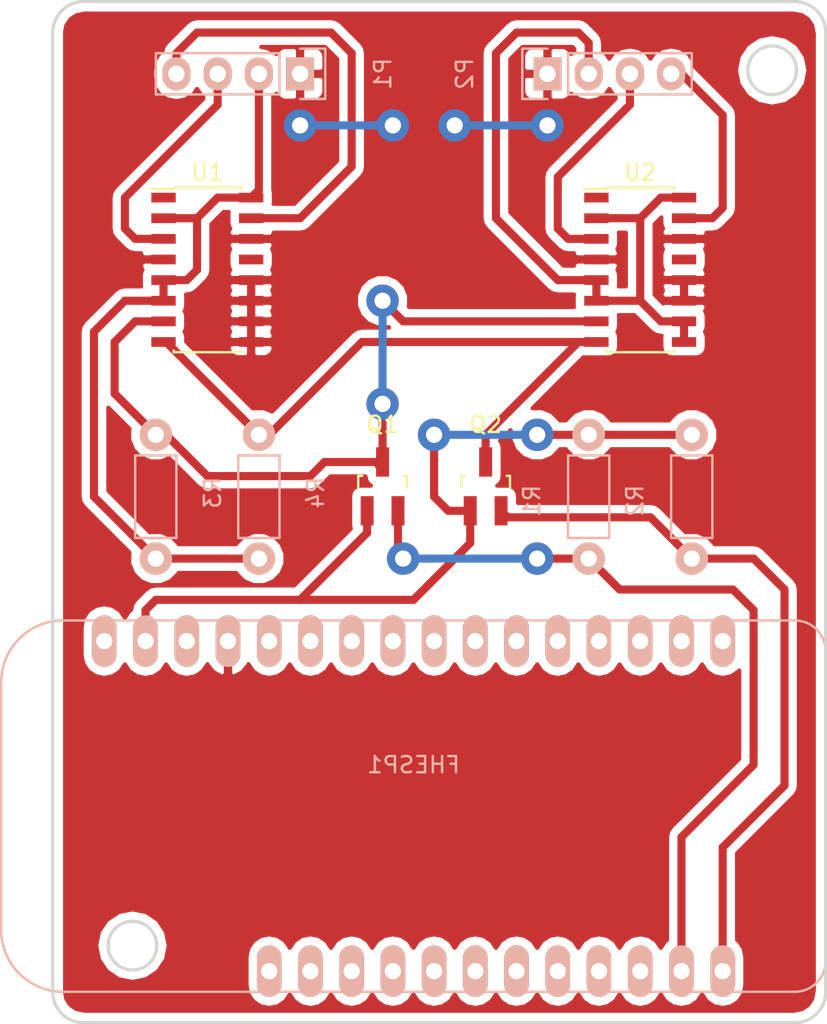
<source format=kicad_pcb>
(kicad_pcb (version 4) (host pcbnew 4.0.2+dfsg1-stable)

  (general
    (links 42)
    (no_connects 0)
    (area 121.344999 54.916666 173.295001 118.210001)
    (thickness 1.6)
    (drawings 10)
    (tracks 126)
    (zones 0)
    (modules 11)
    (nets 35)
  )

  (page A4)
  (layers
    (0 F.Cu signal)
    (31 B.Cu signal)
    (32 B.Adhes user)
    (33 F.Adhes user)
    (34 B.Paste user)
    (35 F.Paste user)
    (36 B.SilkS user)
    (37 F.SilkS user)
    (38 B.Mask user)
    (39 F.Mask user)
    (40 Dwgs.User user)
    (41 Cmts.User user)
    (42 Eco1.User user)
    (43 Eco2.User user)
    (44 Edge.Cuts user)
    (45 Margin user)
    (46 B.CrtYd user hide)
    (47 F.CrtYd user hide)
    (48 B.Fab user hide)
    (49 F.Fab user)
  )

  (setup
    (last_trace_width 0.5)
    (trace_clearance 0.5)
    (zone_clearance 0.508)
    (zone_45_only no)
    (trace_min 0.5)
    (segment_width 0.2)
    (edge_width 0.2)
    (via_size 2)
    (via_drill 1)
    (via_min_size 2)
    (via_min_drill 0.3)
    (uvia_size 0.3)
    (uvia_drill 0.1)
    (uvias_allowed no)
    (uvia_min_size 0.2)
    (uvia_min_drill 0.1)
    (pcb_text_width 0.3)
    (pcb_text_size 1.5 1.5)
    (mod_edge_width 0.15)
    (mod_text_size 1 1)
    (mod_text_width 0.15)
    (pad_size 1.524 1.524)
    (pad_drill 0.762)
    (pad_to_mask_clearance 0.2)
    (aux_axis_origin 125.095 118.745)
    (grid_origin 125.095 118.745)
    (visible_elements FFFFFF7D)
    (pcbplotparams
      (layerselection 0x01000_00000001)
      (usegerberextensions false)
      (excludeedgelayer true)
      (linewidth 0.020000)
      (plotframeref false)
      (viasonmask false)
      (mode 1)
      (useauxorigin true)
      (hpglpennumber 1)
      (hpglpenspeed 20)
      (hpglpendiameter 15)
      (hpglpenoverlay 2)
      (psnegative false)
      (psa4output false)
      (plotreference true)
      (plotvalue true)
      (plotinvisibletext false)
      (padsonsilk false)
      (subtractmaskfromsilk false)
      (outputformat 1)
      (mirror false)
      (drillshape 0)
      (scaleselection 1)
      (outputdirectory ""))
  )

  (net 0 "")
  (net 1 "Net-(FHESP1-Pad1)")
  (net 2 "Net-(FHESP1-Pad2)")
  (net 3 GND)
  (net 4 "Net-(FHESP1-Pad5)")
  (net 5 "Net-(FHESP1-Pad11)")
  (net 6 "Net-(FHESP1-Pad12)")
  (net 7 "Net-(FHESP1-Pad13)")
  (net 8 "Net-(FHESP1-Pad14)")
  (net 9 "Net-(FHESP1-Pad15)")
  (net 10 "Net-(FHESP1-Pad16)")
  (net 11 "Net-(FHESP1-Pad18)")
  (net 12 "Net-(FHESP1-Pad19)")
  (net 13 "Net-(FHESP1-Pad20)")
  (net 14 "Net-(FHESP1-Pad21)")
  (net 15 "Net-(FHESP1-Pad22)")
  (net 16 "Net-(FHESP1-Pad23)")
  (net 17 "Net-(FHESP1-Pad24)")
  (net 18 "Net-(FHESP1-Pad25)")
  (net 19 "Net-(FHESP1-Pad26)")
  (net 20 "Net-(FHESP1-Pad27)")
  (net 21 "Net-(FHESP1-Pad28)")
  (net 22 "Net-(FHESP1-Pad17)")
  (net 23 "Net-(P1-Pad2)")
  (net 24 "Net-(P1-Pad3)")
  (net 25 "Net-(P1-Pad4)")
  (net 26 "Net-(P2-Pad2)")
  (net 27 "Net-(P2-Pad3)")
  (net 28 "Net-(P2-Pad4)")
  (net 29 "Net-(U1-Pad1)")
  (net 30 "Net-(U1-Pad13)")
  (net 31 "Net-(U2-Pad1)")
  (net 32 "Net-(U2-Pad13)")
  (net 33 "Net-(Q1-Pad3)")
  (net 34 "Net-(Q2-Pad3)")

  (net_class Default "This is the default net class."
    (clearance 0.5)
    (trace_width 0.5)
    (via_dia 2)
    (via_drill 1)
    (uvia_dia 0.3)
    (uvia_drill 0.1)
    (add_net GND)
    (add_net "Net-(FHESP1-Pad1)")
    (add_net "Net-(FHESP1-Pad11)")
    (add_net "Net-(FHESP1-Pad12)")
    (add_net "Net-(FHESP1-Pad13)")
    (add_net "Net-(FHESP1-Pad14)")
    (add_net "Net-(FHESP1-Pad15)")
    (add_net "Net-(FHESP1-Pad16)")
    (add_net "Net-(FHESP1-Pad17)")
    (add_net "Net-(FHESP1-Pad18)")
    (add_net "Net-(FHESP1-Pad19)")
    (add_net "Net-(FHESP1-Pad2)")
    (add_net "Net-(FHESP1-Pad20)")
    (add_net "Net-(FHESP1-Pad21)")
    (add_net "Net-(FHESP1-Pad22)")
    (add_net "Net-(FHESP1-Pad23)")
    (add_net "Net-(FHESP1-Pad24)")
    (add_net "Net-(FHESP1-Pad25)")
    (add_net "Net-(FHESP1-Pad26)")
    (add_net "Net-(FHESP1-Pad27)")
    (add_net "Net-(FHESP1-Pad28)")
    (add_net "Net-(FHESP1-Pad5)")
    (add_net "Net-(P1-Pad2)")
    (add_net "Net-(P1-Pad3)")
    (add_net "Net-(P1-Pad4)")
    (add_net "Net-(P2-Pad2)")
    (add_net "Net-(P2-Pad3)")
    (add_net "Net-(P2-Pad4)")
    (add_net "Net-(Q1-Pad3)")
    (add_net "Net-(Q2-Pad3)")
    (add_net "Net-(U1-Pad1)")
    (add_net "Net-(U1-Pad13)")
    (add_net "Net-(U2-Pad1)")
    (add_net "Net-(U2-Pad13)")
  )

  (module lien:Feather_Huzzah_ESP_nomeca (layer B.Cu) (tedit 57D09CEB) (tstamp 57DB00C3)
    (at 148.59 105.41)
    (path /57CF1594)
    (fp_text reference FHESP1 (at -1.27 -2.54) (layer B.SilkS)
      (effects (font (size 1 1) (thickness 0.15)) (justify mirror))
    )
    (fp_text value Feather_Huzzah_ESP (at -1.27 2.54) (layer B.Fab)
      (effects (font (size 1 1) (thickness 0.15)) (justify mirror))
    )
    (fp_line (start 22.225 -11.43) (end -22.86 -11.43) (layer B.SilkS) (width 0.15))
    (fp_line (start 24.13 9.525) (end 24.13 -9.525) (layer B.SilkS) (width 0.15))
    (fp_line (start -22.86 11.43) (end 22.225 11.43) (layer B.SilkS) (width 0.15))
    (fp_arc (start 22.225 -9.525) (end 24.13 -9.525) (angle -90) (layer B.SilkS) (width 0.15))
    (fp_arc (start 22.225 9.525) (end 22.225 11.43) (angle -90) (layer B.SilkS) (width 0.15))
    (fp_line (start -26.67 7.62) (end -26.67 -7.62) (layer B.SilkS) (width 0.15))
    (fp_arc (start -22.86 7.62) (end -26.67 7.62) (angle -90) (layer B.SilkS) (width 0.15))
    (fp_arc (start -22.86 -7.62) (end -22.86 -11.43) (angle -90) (layer B.SilkS) (width 0.15))
    (pad 1 thru_hole oval (at -20.32 -10.16) (size 1.524 3.175) (drill 1.000001) (layers *.Cu *.Mask B.SilkS)
      (net 1 "Net-(FHESP1-Pad1)"))
    (pad 2 thru_hole oval (at -17.78 -10.16) (size 1.524 3.175) (drill 1.000001) (layers *.Cu *.Mask B.SilkS)
      (net 2 "Net-(FHESP1-Pad2)"))
    (pad 3 thru_hole oval (at -15.24 -10.16) (size 1.524 3.175) (drill 1.000001) (layers *.Cu *.Mask B.SilkS))
    (pad 4 thru_hole oval (at -12.7 -10.16) (size 1.524 3.175) (drill 1.000001) (layers *.Cu *.Mask B.SilkS)
      (net 3 GND))
    (pad 5 thru_hole oval (at -10.16 -10.16) (size 1.524 3.175) (drill 1.000001) (layers *.Cu *.Mask B.SilkS)
      (net 4 "Net-(FHESP1-Pad5)"))
    (pad 6 thru_hole oval (at -7.62 -10.16) (size 1.524 3.175) (drill 1.000001) (layers *.Cu *.Mask B.SilkS))
    (pad 7 thru_hole oval (at -5.08 -10.16) (size 1.524 3.175) (drill 1.000001) (layers *.Cu *.Mask B.SilkS))
    (pad 8 thru_hole oval (at -2.54 -10.16) (size 1.524 3.175) (drill 1.000001) (layers *.Cu *.Mask B.SilkS))
    (pad 9 thru_hole oval (at 0 -10.16) (size 1.524 3.175) (drill 1.000001) (layers *.Cu *.Mask B.SilkS))
    (pad 10 thru_hole oval (at 2.54 -10.16) (size 1.524 3.175) (drill 1.000001) (layers *.Cu *.Mask B.SilkS))
    (pad 11 thru_hole oval (at 5.08 -10.16) (size 1.524 3.175) (drill 1.000001) (layers *.Cu *.Mask B.SilkS)
      (net 5 "Net-(FHESP1-Pad11)"))
    (pad 12 thru_hole oval (at 7.62 -10.16) (size 1.524 3.175) (drill 1.000001) (layers *.Cu *.Mask B.SilkS)
      (net 6 "Net-(FHESP1-Pad12)"))
    (pad 13 thru_hole oval (at 10.16 -10.16) (size 1.524 3.175) (drill 1.000001) (layers *.Cu *.Mask B.SilkS)
      (net 7 "Net-(FHESP1-Pad13)"))
    (pad 14 thru_hole oval (at 12.7 -10.16) (size 1.524 3.175) (drill 1.000001) (layers *.Cu *.Mask B.SilkS)
      (net 8 "Net-(FHESP1-Pad14)"))
    (pad 15 thru_hole oval (at 15.24 -10.16) (size 1.524 3.175) (drill 1.000001) (layers *.Cu *.Mask B.SilkS)
      (net 9 "Net-(FHESP1-Pad15)"))
    (pad 16 thru_hole oval (at 17.78 -10.16) (size 1.524 3.175) (drill 1.000001) (layers *.Cu *.Mask B.SilkS)
      (net 10 "Net-(FHESP1-Pad16)"))
    (pad 18 thru_hole oval (at 15.24 10.16) (size 1.524 3.175) (drill 1.000001) (layers *.Cu *.Mask B.SilkS)
      (net 11 "Net-(FHESP1-Pad18)"))
    (pad 19 thru_hole oval (at 12.7 10.16) (size 1.524 3.175) (drill 1.000001) (layers *.Cu *.Mask B.SilkS)
      (net 12 "Net-(FHESP1-Pad19)"))
    (pad 20 thru_hole oval (at 10.16 10.16) (size 1.524 3.175) (drill 1.000001) (layers *.Cu *.Mask B.SilkS)
      (net 13 "Net-(FHESP1-Pad20)"))
    (pad 21 thru_hole oval (at 7.62 10.16) (size 1.524 3.175) (drill 1.000001) (layers *.Cu *.Mask B.SilkS)
      (net 14 "Net-(FHESP1-Pad21)"))
    (pad 22 thru_hole oval (at 5.08 10.16) (size 1.524 3.175) (drill 1.000001) (layers *.Cu *.Mask B.SilkS)
      (net 15 "Net-(FHESP1-Pad22)"))
    (pad 23 thru_hole oval (at 2.54 10.16) (size 1.524 3.175) (drill 1.000001) (layers *.Cu *.Mask B.SilkS)
      (net 16 "Net-(FHESP1-Pad23)"))
    (pad 24 thru_hole oval (at 0 10.16) (size 1.524 3.175) (drill 1.000001) (layers *.Cu *.Mask B.SilkS)
      (net 17 "Net-(FHESP1-Pad24)"))
    (pad 25 thru_hole oval (at -2.54 10.16) (size 1.524 3.175) (drill 1.000001) (layers *.Cu *.Mask B.SilkS)
      (net 18 "Net-(FHESP1-Pad25)"))
    (pad 26 thru_hole oval (at -5.08 10.16) (size 1.524 3.175) (drill 1.000001) (layers *.Cu *.Mask B.SilkS)
      (net 19 "Net-(FHESP1-Pad26)"))
    (pad 27 thru_hole oval (at -7.62 10.16) (size 1.524 3.175) (drill 1.000001) (layers *.Cu *.Mask B.SilkS)
      (net 20 "Net-(FHESP1-Pad27)"))
    (pad 28 thru_hole oval (at -10.16 10.16) (size 1.524 3.175) (drill 1.000001) (layers *.Cu *.Mask B.SilkS)
      (net 21 "Net-(FHESP1-Pad28)"))
    (pad 17 thru_hole oval (at 17.78 10.16) (size 1.524 3.175) (drill 1.000001) (layers *.Cu *.Mask B.SilkS)
      (net 22 "Net-(FHESP1-Pad17)"))
  )

  (module Pin_Headers:Pin_Header_Straight_1x04 (layer B.Cu) (tedit 0) (tstamp 57DB00CB)
    (at 140.335 60.325 90)
    (descr "Through hole pin header")
    (tags "pin header")
    (path /57CF1938)
    (fp_text reference P1 (at 0 5.1 90) (layer B.SilkS)
      (effects (font (size 1 1) (thickness 0.15)) (justify mirror))
    )
    (fp_text value CONN_01X04 (at 0 3.1 90) (layer B.Fab)
      (effects (font (size 1 1) (thickness 0.15)) (justify mirror))
    )
    (fp_line (start -1.75 1.75) (end -1.75 -9.4) (layer B.CrtYd) (width 0.05))
    (fp_line (start 1.75 1.75) (end 1.75 -9.4) (layer B.CrtYd) (width 0.05))
    (fp_line (start -1.75 1.75) (end 1.75 1.75) (layer B.CrtYd) (width 0.05))
    (fp_line (start -1.75 -9.4) (end 1.75 -9.4) (layer B.CrtYd) (width 0.05))
    (fp_line (start -1.27 -1.27) (end -1.27 -8.89) (layer B.SilkS) (width 0.15))
    (fp_line (start 1.27 -1.27) (end 1.27 -8.89) (layer B.SilkS) (width 0.15))
    (fp_line (start 1.55 1.55) (end 1.55 0) (layer B.SilkS) (width 0.15))
    (fp_line (start -1.27 -8.89) (end 1.27 -8.89) (layer B.SilkS) (width 0.15))
    (fp_line (start 1.27 -1.27) (end -1.27 -1.27) (layer B.SilkS) (width 0.15))
    (fp_line (start -1.55 0) (end -1.55 1.55) (layer B.SilkS) (width 0.15))
    (fp_line (start -1.55 1.55) (end 1.55 1.55) (layer B.SilkS) (width 0.15))
    (pad 1 thru_hole rect (at 0 0 90) (size 2.032 1.7272) (drill 1.016) (layers *.Cu *.Mask B.SilkS)
      (net 3 GND))
    (pad 2 thru_hole oval (at 0 -2.54 90) (size 2.032 1.7272) (drill 1.016) (layers *.Cu *.Mask B.SilkS)
      (net 23 "Net-(P1-Pad2)"))
    (pad 3 thru_hole oval (at 0 -5.08 90) (size 2.032 1.7272) (drill 1.016) (layers *.Cu *.Mask B.SilkS)
      (net 24 "Net-(P1-Pad3)"))
    (pad 4 thru_hole oval (at 0 -7.62 90) (size 2.032 1.7272) (drill 1.016) (layers *.Cu *.Mask B.SilkS)
      (net 25 "Net-(P1-Pad4)"))
    (model Pin_Headers.3dshapes/Pin_Header_Straight_1x04.wrl
      (at (xyz 0 -0.15 0))
      (scale (xyz 1 1 1))
      (rotate (xyz 0 0 90))
    )
  )

  (module Pin_Headers:Pin_Header_Straight_1x04 (layer B.Cu) (tedit 0) (tstamp 57DB00D3)
    (at 155.575 60.325 270)
    (descr "Through hole pin header")
    (tags "pin header")
    (path /57CF1967)
    (fp_text reference P2 (at 0 5.1 270) (layer B.SilkS)
      (effects (font (size 1 1) (thickness 0.15)) (justify mirror))
    )
    (fp_text value CONN_01X04 (at 0 3.1 270) (layer B.Fab)
      (effects (font (size 1 1) (thickness 0.15)) (justify mirror))
    )
    (fp_line (start -1.75 1.75) (end -1.75 -9.4) (layer B.CrtYd) (width 0.05))
    (fp_line (start 1.75 1.75) (end 1.75 -9.4) (layer B.CrtYd) (width 0.05))
    (fp_line (start -1.75 1.75) (end 1.75 1.75) (layer B.CrtYd) (width 0.05))
    (fp_line (start -1.75 -9.4) (end 1.75 -9.4) (layer B.CrtYd) (width 0.05))
    (fp_line (start -1.27 -1.27) (end -1.27 -8.89) (layer B.SilkS) (width 0.15))
    (fp_line (start 1.27 -1.27) (end 1.27 -8.89) (layer B.SilkS) (width 0.15))
    (fp_line (start 1.55 1.55) (end 1.55 0) (layer B.SilkS) (width 0.15))
    (fp_line (start -1.27 -8.89) (end 1.27 -8.89) (layer B.SilkS) (width 0.15))
    (fp_line (start 1.27 -1.27) (end -1.27 -1.27) (layer B.SilkS) (width 0.15))
    (fp_line (start -1.55 0) (end -1.55 1.55) (layer B.SilkS) (width 0.15))
    (fp_line (start -1.55 1.55) (end 1.55 1.55) (layer B.SilkS) (width 0.15))
    (pad 1 thru_hole rect (at 0 0 270) (size 2.032 1.7272) (drill 1.016) (layers *.Cu *.Mask B.SilkS)
      (net 3 GND))
    (pad 2 thru_hole oval (at 0 -2.54 270) (size 2.032 1.7272) (drill 1.016) (layers *.Cu *.Mask B.SilkS)
      (net 26 "Net-(P2-Pad2)"))
    (pad 3 thru_hole oval (at 0 -5.08 270) (size 2.032 1.7272) (drill 1.016) (layers *.Cu *.Mask B.SilkS)
      (net 27 "Net-(P2-Pad3)"))
    (pad 4 thru_hole oval (at 0 -7.62 270) (size 2.032 1.7272) (drill 1.016) (layers *.Cu *.Mask B.SilkS)
      (net 28 "Net-(P2-Pad4)"))
    (model Pin_Headers.3dshapes/Pin_Header_Straight_1x04.wrl
      (at (xyz 0 -0.15 0))
      (scale (xyz 1 1 1))
      (rotate (xyz 0 0 90))
    )
  )

  (module TO_SOT_Packages_SMD:SOT-23_Handsoldering (layer F.Cu) (tedit 54E9291B) (tstamp 57DB00DA)
    (at 145.415 85.725)
    (descr "SOT-23, Handsoldering")
    (tags SOT-23)
    (path /57D099D0)
    (attr smd)
    (fp_text reference Q1 (at 0 -3.81) (layer F.SilkS)
      (effects (font (size 1 1) (thickness 0.15)))
    )
    (fp_text value 2n7002 (at 0 3.81) (layer F.Fab)
      (effects (font (size 1 1) (thickness 0.15)))
    )
    (fp_line (start -1.49982 0.0508) (end -1.49982 -0.65024) (layer F.SilkS) (width 0.15))
    (fp_line (start -1.49982 -0.65024) (end -1.2509 -0.65024) (layer F.SilkS) (width 0.15))
    (fp_line (start 1.29916 -0.65024) (end 1.49982 -0.65024) (layer F.SilkS) (width 0.15))
    (fp_line (start 1.49982 -0.65024) (end 1.49982 0.0508) (layer F.SilkS) (width 0.15))
    (pad 1 smd rect (at -0.95 1.50114) (size 0.8001 1.80086) (layers F.Cu F.Paste F.Mask)
      (net 2 "Net-(FHESP1-Pad2)"))
    (pad 2 smd rect (at 0.95 1.50114) (size 0.8001 1.80086) (layers F.Cu F.Paste F.Mask)
      (net 11 "Net-(FHESP1-Pad18)"))
    (pad 3 smd rect (at 0 -1.50114) (size 0.8001 1.80086) (layers F.Cu F.Paste F.Mask)
      (net 33 "Net-(Q1-Pad3)"))
    (model TO_SOT_Packages_SMD.3dshapes/SOT-23_Handsoldering.wrl
      (at (xyz 0 0 0))
      (scale (xyz 1 1 1))
      (rotate (xyz 0 0 0))
    )
  )

  (module TO_SOT_Packages_SMD:SOT-23_Handsoldering (layer F.Cu) (tedit 54E9291B) (tstamp 57DB00E1)
    (at 151.765 85.725)
    (descr "SOT-23, Handsoldering")
    (tags SOT-23)
    (path /57D09A99)
    (attr smd)
    (fp_text reference Q2 (at 0 -3.81) (layer F.SilkS)
      (effects (font (size 1 1) (thickness 0.15)))
    )
    (fp_text value 2n7002 (at 0 3.81) (layer F.Fab)
      (effects (font (size 1 1) (thickness 0.15)))
    )
    (fp_line (start -1.49982 0.0508) (end -1.49982 -0.65024) (layer F.SilkS) (width 0.15))
    (fp_line (start -1.49982 -0.65024) (end -1.2509 -0.65024) (layer F.SilkS) (width 0.15))
    (fp_line (start 1.29916 -0.65024) (end 1.49982 -0.65024) (layer F.SilkS) (width 0.15))
    (fp_line (start 1.49982 -0.65024) (end 1.49982 0.0508) (layer F.SilkS) (width 0.15))
    (pad 1 smd rect (at -0.95 1.50114) (size 0.8001 1.80086) (layers F.Cu F.Paste F.Mask)
      (net 2 "Net-(FHESP1-Pad2)"))
    (pad 2 smd rect (at 0.95 1.50114) (size 0.8001 1.80086) (layers F.Cu F.Paste F.Mask)
      (net 22 "Net-(FHESP1-Pad17)"))
    (pad 3 smd rect (at 0 -1.50114) (size 0.8001 1.80086) (layers F.Cu F.Paste F.Mask)
      (net 34 "Net-(Q2-Pad3)"))
    (model TO_SOT_Packages_SMD.3dshapes/SOT-23_Handsoldering.wrl
      (at (xyz 0 0 0))
      (scale (xyz 1 1 1))
      (rotate (xyz 0 0 0))
    )
  )

  (module Resistors_ThroughHole:Resistor_Horizontal_RM7mm (layer B.Cu) (tedit 569FCF07) (tstamp 57DB00E7)
    (at 158.115 82.55 270)
    (descr "Resistor, Axial,  RM 7.62mm, 1/3W,")
    (tags "Resistor Axial RM 7.62mm 1/3W R3")
    (path /57CF1986)
    (fp_text reference R1 (at 4.05892 3.50012 270) (layer B.SilkS)
      (effects (font (size 1 1) (thickness 0.15)) (justify mirror))
    )
    (fp_text value 4.7k (at 3.81 -3.81 270) (layer B.Fab)
      (effects (font (size 1 1) (thickness 0.15)) (justify mirror))
    )
    (fp_line (start -1.25 1.5) (end 8.85 1.5) (layer B.CrtYd) (width 0.05))
    (fp_line (start -1.25 -1.5) (end -1.25 1.5) (layer B.CrtYd) (width 0.05))
    (fp_line (start 8.85 1.5) (end 8.85 -1.5) (layer B.CrtYd) (width 0.05))
    (fp_line (start -1.25 -1.5) (end 8.85 -1.5) (layer B.CrtYd) (width 0.05))
    (fp_line (start 1.27 1.27) (end 6.35 1.27) (layer B.SilkS) (width 0.15))
    (fp_line (start 6.35 1.27) (end 6.35 -1.27) (layer B.SilkS) (width 0.15))
    (fp_line (start 6.35 -1.27) (end 1.27 -1.27) (layer B.SilkS) (width 0.15))
    (fp_line (start 1.27 -1.27) (end 1.27 1.27) (layer B.SilkS) (width 0.15))
    (pad 1 thru_hole circle (at 0 0 270) (size 1.99898 1.99898) (drill 1.00076) (layers *.Cu *.SilkS *.Mask)
      (net 2 "Net-(FHESP1-Pad2)"))
    (pad 2 thru_hole circle (at 7.62 0 270) (size 1.99898 1.99898) (drill 1.00076) (layers *.Cu *.SilkS *.Mask)
      (net 11 "Net-(FHESP1-Pad18)"))
  )

  (module Resistors_ThroughHole:Resistor_Horizontal_RM7mm (layer B.Cu) (tedit 569FCF07) (tstamp 57DB00ED)
    (at 164.465 82.55 270)
    (descr "Resistor, Axial,  RM 7.62mm, 1/3W,")
    (tags "Resistor Axial RM 7.62mm 1/3W R3")
    (path /57CF1A31)
    (fp_text reference R2 (at 4.05892 3.50012 270) (layer B.SilkS)
      (effects (font (size 1 1) (thickness 0.15)) (justify mirror))
    )
    (fp_text value 4.7k (at 3.81 -3.81 270) (layer B.Fab)
      (effects (font (size 1 1) (thickness 0.15)) (justify mirror))
    )
    (fp_line (start -1.25 1.5) (end 8.85 1.5) (layer B.CrtYd) (width 0.05))
    (fp_line (start -1.25 -1.5) (end -1.25 1.5) (layer B.CrtYd) (width 0.05))
    (fp_line (start 8.85 1.5) (end 8.85 -1.5) (layer B.CrtYd) (width 0.05))
    (fp_line (start -1.25 -1.5) (end 8.85 -1.5) (layer B.CrtYd) (width 0.05))
    (fp_line (start 1.27 1.27) (end 6.35 1.27) (layer B.SilkS) (width 0.15))
    (fp_line (start 6.35 1.27) (end 6.35 -1.27) (layer B.SilkS) (width 0.15))
    (fp_line (start 6.35 -1.27) (end 1.27 -1.27) (layer B.SilkS) (width 0.15))
    (fp_line (start 1.27 -1.27) (end 1.27 1.27) (layer B.SilkS) (width 0.15))
    (pad 1 thru_hole circle (at 0 0 270) (size 1.99898 1.99898) (drill 1.00076) (layers *.Cu *.SilkS *.Mask)
      (net 2 "Net-(FHESP1-Pad2)"))
    (pad 2 thru_hole circle (at 7.62 0 270) (size 1.99898 1.99898) (drill 1.00076) (layers *.Cu *.SilkS *.Mask)
      (net 22 "Net-(FHESP1-Pad17)"))
  )

  (module Resistors_ThroughHole:Resistor_Horizontal_RM7mm (layer B.Cu) (tedit 569FCF07) (tstamp 57DB00F3)
    (at 131.445 90.17 90)
    (descr "Resistor, Axial,  RM 7.62mm, 1/3W,")
    (tags "Resistor Axial RM 7.62mm 1/3W R3")
    (path /57D0A1E8)
    (fp_text reference R3 (at 4.05892 3.50012 90) (layer B.SilkS)
      (effects (font (size 1 1) (thickness 0.15)) (justify mirror))
    )
    (fp_text value R (at 3.81 -3.81 90) (layer B.Fab)
      (effects (font (size 1 1) (thickness 0.15)) (justify mirror))
    )
    (fp_line (start -1.25 1.5) (end 8.85 1.5) (layer B.CrtYd) (width 0.05))
    (fp_line (start -1.25 -1.5) (end -1.25 1.5) (layer B.CrtYd) (width 0.05))
    (fp_line (start 8.85 1.5) (end 8.85 -1.5) (layer B.CrtYd) (width 0.05))
    (fp_line (start -1.25 -1.5) (end 8.85 -1.5) (layer B.CrtYd) (width 0.05))
    (fp_line (start 1.27 1.27) (end 6.35 1.27) (layer B.SilkS) (width 0.15))
    (fp_line (start 6.35 1.27) (end 6.35 -1.27) (layer B.SilkS) (width 0.15))
    (fp_line (start 6.35 -1.27) (end 1.27 -1.27) (layer B.SilkS) (width 0.15))
    (fp_line (start 1.27 -1.27) (end 1.27 1.27) (layer B.SilkS) (width 0.15))
    (pad 1 thru_hole circle (at 0 0 90) (size 1.99898 1.99898) (drill 1.00076) (layers *.Cu *.SilkS *.Mask)
      (net 23 "Net-(P1-Pad2)"))
    (pad 2 thru_hole circle (at 7.62 0 90) (size 1.99898 1.99898) (drill 1.00076) (layers *.Cu *.SilkS *.Mask)
      (net 33 "Net-(Q1-Pad3)"))
  )

  (module Resistors_ThroughHole:Resistor_Horizontal_RM7mm (layer B.Cu) (tedit 569FCF07) (tstamp 57DB00F9)
    (at 137.795 90.17 90)
    (descr "Resistor, Axial,  RM 7.62mm, 1/3W,")
    (tags "Resistor Axial RM 7.62mm 1/3W R3")
    (path /57D0A211)
    (fp_text reference R4 (at 4.05892 3.50012 90) (layer B.SilkS)
      (effects (font (size 1 1) (thickness 0.15)) (justify mirror))
    )
    (fp_text value R (at 3.81 -3.81 90) (layer B.Fab)
      (effects (font (size 1 1) (thickness 0.15)) (justify mirror))
    )
    (fp_line (start -1.25 1.5) (end 8.85 1.5) (layer B.CrtYd) (width 0.05))
    (fp_line (start -1.25 -1.5) (end -1.25 1.5) (layer B.CrtYd) (width 0.05))
    (fp_line (start 8.85 1.5) (end 8.85 -1.5) (layer B.CrtYd) (width 0.05))
    (fp_line (start -1.25 -1.5) (end 8.85 -1.5) (layer B.CrtYd) (width 0.05))
    (fp_line (start 1.27 1.27) (end 6.35 1.27) (layer B.SilkS) (width 0.15))
    (fp_line (start 6.35 1.27) (end 6.35 -1.27) (layer B.SilkS) (width 0.15))
    (fp_line (start 6.35 -1.27) (end 1.27 -1.27) (layer B.SilkS) (width 0.15))
    (fp_line (start 1.27 -1.27) (end 1.27 1.27) (layer B.SilkS) (width 0.15))
    (pad 1 thru_hole circle (at 0 0 90) (size 1.99898 1.99898) (drill 1.00076) (layers *.Cu *.SilkS *.Mask)
      (net 23 "Net-(P1-Pad2)"))
    (pad 2 thru_hole circle (at 7.62 0 90) (size 1.99898 1.99898) (drill 1.00076) (layers *.Cu *.SilkS *.Mask)
      (net 34 "Net-(Q2-Pad3)"))
  )

  (module Housings_SOIC:SOIC-16_3.9x9.9mm_Pitch1.27mm (layer F.Cu) (tedit 54130A77) (tstamp 57DB010D)
    (at 134.62 72.39)
    (descr "16-Lead Plastic Small Outline (SL) - Narrow, 3.90 mm Body [SOIC] (see Microchip Packaging Specification 00000049BS.pdf)")
    (tags "SOIC 1.27")
    (path /57CF1E97)
    (attr smd)
    (fp_text reference U1 (at 0 -6) (layer F.SilkS)
      (effects (font (size 1 1) (thickness 0.15)))
    )
    (fp_text value AD5242 (at 0 6) (layer F.Fab)
      (effects (font (size 1 1) (thickness 0.15)))
    )
    (fp_line (start -3.7 -5.25) (end -3.7 5.25) (layer F.CrtYd) (width 0.05))
    (fp_line (start 3.7 -5.25) (end 3.7 5.25) (layer F.CrtYd) (width 0.05))
    (fp_line (start -3.7 -5.25) (end 3.7 -5.25) (layer F.CrtYd) (width 0.05))
    (fp_line (start -3.7 5.25) (end 3.7 5.25) (layer F.CrtYd) (width 0.05))
    (fp_line (start -2.075 -5.075) (end -2.075 -4.97) (layer F.SilkS) (width 0.15))
    (fp_line (start 2.075 -5.075) (end 2.075 -4.97) (layer F.SilkS) (width 0.15))
    (fp_line (start 2.075 5.075) (end 2.075 4.97) (layer F.SilkS) (width 0.15))
    (fp_line (start -2.075 5.075) (end -2.075 4.97) (layer F.SilkS) (width 0.15))
    (fp_line (start -2.075 -5.075) (end 2.075 -5.075) (layer F.SilkS) (width 0.15))
    (fp_line (start -2.075 5.075) (end 2.075 5.075) (layer F.SilkS) (width 0.15))
    (fp_line (start -2.075 -4.97) (end -3.45 -4.97) (layer F.SilkS) (width 0.15))
    (pad 1 smd rect (at -2.7 -4.445) (size 1.5 0.6) (layers F.Cu F.Paste F.Mask)
      (net 29 "Net-(U1-Pad1)"))
    (pad 2 smd rect (at -2.7 -3.175) (size 1.5 0.6) (layers F.Cu F.Paste F.Mask)
      (net 23 "Net-(P1-Pad2)"))
    (pad 3 smd rect (at -2.7 -1.905) (size 1.5 0.6) (layers F.Cu F.Paste F.Mask)
      (net 24 "Net-(P1-Pad3)"))
    (pad 4 smd rect (at -2.7 -0.635) (size 1.5 0.6) (layers F.Cu F.Paste F.Mask)
      (net 3 GND))
    (pad 5 smd rect (at -2.7 0.635) (size 1.5 0.6) (layers F.Cu F.Paste F.Mask)
      (net 23 "Net-(P1-Pad2)"))
    (pad 6 smd rect (at -2.7 1.905) (size 1.5 0.6) (layers F.Cu F.Paste F.Mask)
      (net 23 "Net-(P1-Pad2)"))
    (pad 7 smd rect (at -2.7 3.175) (size 1.5 0.6) (layers F.Cu F.Paste F.Mask)
      (net 33 "Net-(Q1-Pad3)"))
    (pad 8 smd rect (at -2.7 4.445) (size 1.5 0.6) (layers F.Cu F.Paste F.Mask)
      (net 34 "Net-(Q2-Pad3)"))
    (pad 9 smd rect (at 2.7 4.445) (size 1.5 0.6) (layers F.Cu F.Paste F.Mask)
      (net 3 GND))
    (pad 10 smd rect (at 2.7 3.175) (size 1.5 0.6) (layers F.Cu F.Paste F.Mask)
      (net 3 GND))
    (pad 11 smd rect (at 2.7 1.905) (size 1.5 0.6) (layers F.Cu F.Paste F.Mask)
      (net 3 GND))
    (pad 12 smd rect (at 2.7 0.635) (size 1.5 0.6) (layers F.Cu F.Paste F.Mask)
      (net 3 GND))
    (pad 13 smd rect (at 2.7 -0.635) (size 1.5 0.6) (layers F.Cu F.Paste F.Mask)
      (net 30 "Net-(U1-Pad13)"))
    (pad 14 smd rect (at 2.7 -1.905) (size 1.5 0.6) (layers F.Cu F.Paste F.Mask)
      (net 3 GND))
    (pad 15 smd rect (at 2.7 -3.175) (size 1.5 0.6) (layers F.Cu F.Paste F.Mask)
      (net 25 "Net-(P1-Pad4)"))
    (pad 16 smd rect (at 2.7 -4.445) (size 1.5 0.6) (layers F.Cu F.Paste F.Mask)
      (net 23 "Net-(P1-Pad2)"))
    (model Housings_SOIC.3dshapes/SOIC-16_3.9x9.9mm_Pitch1.27mm.wrl
      (at (xyz 0 0 0))
      (scale (xyz 1 1 1))
      (rotate (xyz 0 0 0))
    )
  )

  (module Housings_SOIC:SOIC-16_3.9x9.9mm_Pitch1.27mm (layer F.Cu) (tedit 54130A77) (tstamp 57DB0121)
    (at 161.29 72.39)
    (descr "16-Lead Plastic Small Outline (SL) - Narrow, 3.90 mm Body [SOIC] (see Microchip Packaging Specification 00000049BS.pdf)")
    (tags "SOIC 1.27")
    (path /57CF1F00)
    (attr smd)
    (fp_text reference U2 (at 0 -6) (layer F.SilkS)
      (effects (font (size 1 1) (thickness 0.15)))
    )
    (fp_text value AD5242 (at 0 6) (layer F.Fab)
      (effects (font (size 1 1) (thickness 0.15)))
    )
    (fp_line (start -3.7 -5.25) (end -3.7 5.25) (layer F.CrtYd) (width 0.05))
    (fp_line (start 3.7 -5.25) (end 3.7 5.25) (layer F.CrtYd) (width 0.05))
    (fp_line (start -3.7 -5.25) (end 3.7 -5.25) (layer F.CrtYd) (width 0.05))
    (fp_line (start -3.7 5.25) (end 3.7 5.25) (layer F.CrtYd) (width 0.05))
    (fp_line (start -2.075 -5.075) (end -2.075 -4.97) (layer F.SilkS) (width 0.15))
    (fp_line (start 2.075 -5.075) (end 2.075 -4.97) (layer F.SilkS) (width 0.15))
    (fp_line (start 2.075 5.075) (end 2.075 4.97) (layer F.SilkS) (width 0.15))
    (fp_line (start -2.075 5.075) (end -2.075 4.97) (layer F.SilkS) (width 0.15))
    (fp_line (start -2.075 -5.075) (end 2.075 -5.075) (layer F.SilkS) (width 0.15))
    (fp_line (start -2.075 5.075) (end 2.075 5.075) (layer F.SilkS) (width 0.15))
    (fp_line (start -2.075 -4.97) (end -3.45 -4.97) (layer F.SilkS) (width 0.15))
    (pad 1 smd rect (at -2.7 -4.445) (size 1.5 0.6) (layers F.Cu F.Paste F.Mask)
      (net 31 "Net-(U2-Pad1)"))
    (pad 2 smd rect (at -2.7 -3.175) (size 1.5 0.6) (layers F.Cu F.Paste F.Mask)
      (net 26 "Net-(P2-Pad2)"))
    (pad 3 smd rect (at -2.7 -1.905) (size 1.5 0.6) (layers F.Cu F.Paste F.Mask)
      (net 27 "Net-(P2-Pad3)"))
    (pad 4 smd rect (at -2.7 -0.635) (size 1.5 0.6) (layers F.Cu F.Paste F.Mask)
      (net 3 GND))
    (pad 5 smd rect (at -2.7 0.635) (size 1.5 0.6) (layers F.Cu F.Paste F.Mask)
      (net 26 "Net-(P2-Pad2)"))
    (pad 6 smd rect (at -2.7 1.905) (size 1.5 0.6) (layers F.Cu F.Paste F.Mask)
      (net 26 "Net-(P2-Pad2)"))
    (pad 7 smd rect (at -2.7 3.175) (size 1.5 0.6) (layers F.Cu F.Paste F.Mask)
      (net 33 "Net-(Q1-Pad3)"))
    (pad 8 smd rect (at -2.7 4.445) (size 1.5 0.6) (layers F.Cu F.Paste F.Mask)
      (net 34 "Net-(Q2-Pad3)"))
    (pad 9 smd rect (at 2.7 4.445) (size 1.5 0.6) (layers F.Cu F.Paste F.Mask)
      (net 26 "Net-(P2-Pad2)"))
    (pad 10 smd rect (at 2.7 3.175) (size 1.5 0.6) (layers F.Cu F.Paste F.Mask)
      (net 26 "Net-(P2-Pad2)"))
    (pad 11 smd rect (at 2.7 1.905) (size 1.5 0.6) (layers F.Cu F.Paste F.Mask)
      (net 3 GND))
    (pad 12 smd rect (at 2.7 0.635) (size 1.5 0.6) (layers F.Cu F.Paste F.Mask)
      (net 3 GND))
    (pad 13 smd rect (at 2.7 -0.635) (size 1.5 0.6) (layers F.Cu F.Paste F.Mask)
      (net 32 "Net-(U2-Pad13)"))
    (pad 14 smd rect (at 2.7 -1.905) (size 1.5 0.6) (layers F.Cu F.Paste F.Mask)
      (net 3 GND))
    (pad 15 smd rect (at 2.7 -3.175) (size 1.5 0.6) (layers F.Cu F.Paste F.Mask)
      (net 28 "Net-(P2-Pad4)"))
    (pad 16 smd rect (at 2.7 -4.445) (size 1.5 0.6) (layers F.Cu F.Paste F.Mask)
      (net 26 "Net-(P2-Pad2)"))
    (model Housings_SOIC.3dshapes/SOIC-16_3.9x9.9mm_Pitch1.27mm.wrl
      (at (xyz 0 0 0))
      (scale (xyz 1 1 1))
      (rotate (xyz 0 0 0))
    )
  )

  (gr_line (start 172.72 116.84) (end 172.72 57.785) (angle 90) (layer Edge.Cuts) (width 0.2))
  (gr_line (start 125.095 116.84) (end 125.095 57.785) (angle 90) (layer Edge.Cuts) (width 0.2))
  (gr_line (start 127 55.88) (end 170.815 55.88) (angle 90) (layer Edge.Cuts) (width 0.2))
  (gr_line (start 170.815 118.745) (end 127 118.745) (angle 90) (layer Edge.Cuts) (width 0.2))
  (gr_arc (start 127 116.84) (end 127 118.745) (angle 90) (layer Edge.Cuts) (width 0.2))
  (gr_circle (center 130.005 114) (end 128.505 114) (layer Edge.Cuts) (width 0.2))
  (gr_circle (center 169.42 60.11) (end 167.92 60.11) (layer Edge.Cuts) (width 0.2))
  (gr_arc (start 170.815 116.84) (end 172.72 116.84) (angle 90) (layer Edge.Cuts) (width 0.2))
  (gr_arc (start 127 57.785) (end 125.095 57.785) (angle 90) (layer Edge.Cuts) (width 0.2))
  (gr_arc (start 170.815 57.785) (end 170.815 55.88) (angle 90) (layer Edge.Cuts) (width 0.2))

  (segment (start 158.115 82.55) (end 154.94 82.55) (width 0.5) (layer F.Cu) (net 2))
  (segment (start 149.45614 87.22614) (end 150.815 87.22614) (width 0.5) (layer F.Cu) (net 2) (tstamp 57DB0ACD))
  (segment (start 148.59 86.36) (end 149.45614 87.22614) (width 0.5) (layer F.Cu) (net 2) (tstamp 57DB0ACC))
  (segment (start 148.59 82.55) (end 148.59 86.36) (width 0.5) (layer F.Cu) (net 2) (tstamp 57DB0ACB))
  (via (at 148.59 82.55) (size 2) (drill 1) (layers F.Cu B.Cu) (net 2))
  (segment (start 154.94 82.55) (end 148.59 82.55) (width 0.5) (layer B.Cu) (net 2) (tstamp 57DB0AC8))
  (via (at 154.94 82.55) (size 2) (drill 1) (layers F.Cu B.Cu) (net 2))
  (segment (start 150.815 87.22614) (end 150.815 89.215) (width 0.5) (layer F.Cu) (net 2))
  (segment (start 150.815 89.215) (end 147.32 92.71) (width 0.5) (layer F.Cu) (net 2) (tstamp 57DB0A5A))
  (segment (start 147.32 92.71) (end 140.335 92.71) (width 0.5) (layer F.Cu) (net 2) (tstamp 57DB0A5E))
  (segment (start 164.465 82.55) (end 158.115 82.55) (width 0.5) (layer F.Cu) (net 2))
  (segment (start 144.465 87.22614) (end 144.465 88.58) (width 0.5) (layer F.Cu) (net 2))
  (segment (start 130.81 93.345) (end 130.81 95.25) (width 0.5) (layer F.Cu) (net 2) (tstamp 57DB0A26))
  (segment (start 131.445 92.71) (end 130.81 93.345) (width 0.5) (layer F.Cu) (net 2) (tstamp 57DB0A25))
  (segment (start 140.335 92.71) (end 131.445 92.71) (width 0.5) (layer F.Cu) (net 2) (tstamp 57DB0A22))
  (segment (start 144.465 88.58) (end 140.335 92.71) (width 0.5) (layer F.Cu) (net 2) (tstamp 57DB0A1E))
  (segment (start 130.81 95.25) (end 130.81 93.98) (width 0.5) (layer F.Cu) (net 2))
  (segment (start 140.335 60.325) (end 140.335 63.5) (width 0.5) (layer F.Cu) (net 3))
  (segment (start 155.575 63.5) (end 155.575 60.325) (width 0.5) (layer F.Cu) (net 3) (tstamp 57DB0B13))
  (via (at 155.575 63.5) (size 2) (drill 1) (layers F.Cu B.Cu) (net 3))
  (segment (start 149.86 63.5) (end 155.575 63.5) (width 0.5) (layer B.Cu) (net 3) (tstamp 57DB0B10))
  (via (at 149.86 63.5) (size 2) (drill 1) (layers F.Cu B.Cu) (net 3))
  (segment (start 146.05 63.5) (end 149.86 63.5) (width 0.5) (layer F.Cu) (net 3) (tstamp 57DB0B0C))
  (via (at 146.05 63.5) (size 2) (drill 1) (layers F.Cu B.Cu) (net 3))
  (segment (start 140.335 63.5) (end 146.05 63.5) (width 0.5) (layer B.Cu) (net 3) (tstamp 57DB0B00))
  (via (at 140.335 63.5) (size 2) (drill 1) (layers F.Cu B.Cu) (net 3))
  (segment (start 163.83 115.57) (end 163.83 107.315) (width 0.5) (layer F.Cu) (net 11))
  (segment (start 160.02 92.075) (end 158.115 90.17) (width 0.5) (layer F.Cu) (net 11) (tstamp 57DFB980))
  (segment (start 167.005 92.075) (end 160.02 92.075) (width 0.5) (layer F.Cu) (net 11) (tstamp 57DFB97D))
  (segment (start 168.275 93.345) (end 167.005 92.075) (width 0.5) (layer F.Cu) (net 11) (tstamp 57DFB97C))
  (segment (start 168.275 102.87) (end 168.275 93.345) (width 0.5) (layer F.Cu) (net 11) (tstamp 57DFB978))
  (segment (start 163.83 107.315) (end 168.275 102.87) (width 0.5) (layer F.Cu) (net 11) (tstamp 57DFB975))
  (segment (start 146.365 87.22614) (end 146.365 89.85) (width 0.5) (layer F.Cu) (net 11))
  (segment (start 146.365 89.85) (end 146.685 90.17) (width 0.5) (layer F.Cu) (net 11) (tstamp 57DB0AE8))
  (via (at 146.685 90.17) (size 2) (drill 1) (layers F.Cu B.Cu) (net 11))
  (segment (start 146.685 90.17) (end 154.94 90.17) (width 0.5) (layer B.Cu) (net 11) (tstamp 57DB0AED))
  (via (at 154.94 90.17) (size 2) (drill 1) (layers F.Cu B.Cu) (net 11))
  (segment (start 154.94 90.17) (end 158.115 90.17) (width 0.5) (layer F.Cu) (net 11) (tstamp 57DB0AF3))
  (segment (start 163.83 115.57) (end 163.83 114.3) (width 0.5) (layer F.Cu) (net 11))
  (segment (start 166.37 115.57) (end 166.37 107.95) (width 0.5) (layer F.Cu) (net 22))
  (segment (start 168.275 90.17) (end 164.465 90.17) (width 0.5) (layer F.Cu) (net 22) (tstamp 57DFB9A8))
  (segment (start 170.18 92.075) (end 168.275 90.17) (width 0.5) (layer F.Cu) (net 22) (tstamp 57DFB9A7))
  (segment (start 170.18 104.14) (end 170.18 92.075) (width 0.5) (layer F.Cu) (net 22) (tstamp 57DFB9A5))
  (segment (start 166.37 107.95) (end 170.18 104.14) (width 0.5) (layer F.Cu) (net 22) (tstamp 57DFB9A1))
  (segment (start 164.465 90.17) (end 161.925 87.63) (width 0.5) (layer F.Cu) (net 22))
  (segment (start 161.925 87.63) (end 153.11886 87.63) (width 0.5) (layer F.Cu) (net 22) (tstamp 57DB0A7E))
  (segment (start 153.11886 87.63) (end 152.715 87.22614) (width 0.5) (layer F.Cu) (net 22) (tstamp 57DB0A82))
  (segment (start 166.37 115.57) (end 166.37 114.935) (width 0.5) (layer F.Cu) (net 22))
  (segment (start 131.92 69.215) (end 133.985 69.215) (width 0.5) (layer F.Cu) (net 23))
  (segment (start 131.445 90.17) (end 137.795 90.17) (width 0.5) (layer F.Cu) (net 23))
  (segment (start 131.445 90.17) (end 127.635 86.36) (width 0.5) (layer F.Cu) (net 23))
  (segment (start 129.54 74.295) (end 131.92 74.295) (width 0.5) (layer F.Cu) (net 23) (tstamp 57DB0A12))
  (segment (start 127.635 76.2) (end 129.54 74.295) (width 0.5) (layer F.Cu) (net 23) (tstamp 57DB0A0F))
  (segment (start 127.635 86.36) (end 127.635 76.2) (width 0.5) (layer F.Cu) (net 23) (tstamp 57DB0A09))
  (segment (start 131.92 73.025) (end 131.92 74.295) (width 0.5) (layer F.Cu) (net 23))
  (segment (start 133.985 69.215) (end 133.985 72.39) (width 0.5) (layer F.Cu) (net 23))
  (segment (start 133.35 73.025) (end 131.92 73.025) (width 0.5) (layer F.Cu) (net 23) (tstamp 57DB0951))
  (segment (start 133.985 72.39) (end 133.35 73.025) (width 0.5) (layer F.Cu) (net 23) (tstamp 57DB094C))
  (segment (start 137.32 67.945) (end 135.255 67.945) (width 0.5) (layer F.Cu) (net 23))
  (segment (start 133.985 69.215) (end 132.715 69.215) (width 0.5) (layer F.Cu) (net 23) (tstamp 57DB0945))
  (segment (start 135.255 67.945) (end 133.985 69.215) (width 0.5) (layer F.Cu) (net 23) (tstamp 57DB093F))
  (segment (start 137.795 60.325) (end 137.795 67.47) (width 0.5) (layer F.Cu) (net 23))
  (segment (start 137.795 67.47) (end 137.32 67.945) (width 0.5) (layer F.Cu) (net 23) (tstamp 57DB093B))
  (segment (start 135.255 60.325) (end 135.255 62.23) (width 0.5) (layer F.Cu) (net 24))
  (segment (start 130.175 70.485) (end 131.92 70.485) (width 0.5) (layer F.Cu) (net 24) (tstamp 57DB0921))
  (segment (start 129.54 69.85) (end 130.175 70.485) (width 0.5) (layer F.Cu) (net 24) (tstamp 57DB091F))
  (segment (start 129.54 67.945) (end 129.54 69.85) (width 0.5) (layer F.Cu) (net 24) (tstamp 57DB0919))
  (segment (start 135.255 62.23) (end 129.54 67.945) (width 0.5) (layer F.Cu) (net 24) (tstamp 57DB0918))
  (segment (start 132.715 60.325) (end 132.715 59.055) (width 0.5) (layer F.Cu) (net 25))
  (segment (start 140.335 69.215) (end 137.32 69.215) (width 0.5) (layer F.Cu) (net 25) (tstamp 57DB0937))
  (segment (start 143.51 66.04) (end 140.335 69.215) (width 0.5) (layer F.Cu) (net 25) (tstamp 57DB0934))
  (segment (start 143.51 59.055) (end 143.51 66.04) (width 0.5) (layer F.Cu) (net 25) (tstamp 57DB0930))
  (segment (start 142.24 57.785) (end 143.51 59.055) (width 0.5) (layer F.Cu) (net 25) (tstamp 57DB092C))
  (segment (start 133.985 57.785) (end 142.24 57.785) (width 0.5) (layer F.Cu) (net 25) (tstamp 57DB092B))
  (segment (start 132.715 59.055) (end 133.985 57.785) (width 0.5) (layer F.Cu) (net 25) (tstamp 57DB0928))
  (segment (start 161.29 69.215) (end 161.29 74.295) (width 0.5) (layer F.Cu) (net 26))
  (segment (start 158.59 74.295) (end 161.29 74.295) (width 0.5) (layer F.Cu) (net 26))
  (segment (start 162.56 75.565) (end 163.99 75.565) (width 0.5) (layer F.Cu) (net 26) (tstamp 57DB08DA))
  (segment (start 161.29 74.295) (end 162.56 75.565) (width 0.5) (layer F.Cu) (net 26) (tstamp 57DB08D7))
  (segment (start 163.99 67.945) (end 162.56 67.945) (width 0.5) (layer F.Cu) (net 26))
  (segment (start 161.29 69.215) (end 158.59 69.215) (width 0.5) (layer F.Cu) (net 26) (tstamp 57DB08C8))
  (segment (start 162.56 67.945) (end 161.29 69.215) (width 0.5) (layer F.Cu) (net 26) (tstamp 57DB08C4))
  (segment (start 163.99 75.565) (end 163.99 76.835) (width 0.5) (layer F.Cu) (net 26))
  (segment (start 158.59 73.025) (end 158.59 74.295) (width 0.5) (layer F.Cu) (net 26))
  (segment (start 158.115 60.325) (end 158.115 58.42) (width 0.5) (layer F.Cu) (net 26))
  (segment (start 156.21 73.025) (end 158.59 73.025) (width 0.5) (layer F.Cu) (net 26) (tstamp 57DB08A5))
  (segment (start 152.4 69.215) (end 156.21 73.025) (width 0.5) (layer F.Cu) (net 26) (tstamp 57DB08A0))
  (segment (start 152.4 59.055) (end 152.4 69.215) (width 0.5) (layer F.Cu) (net 26) (tstamp 57DB089E))
  (segment (start 153.67 57.785) (end 152.4 59.055) (width 0.5) (layer F.Cu) (net 26) (tstamp 57DB089B))
  (segment (start 157.48 57.785) (end 153.67 57.785) (width 0.5) (layer F.Cu) (net 26) (tstamp 57DB0899))
  (segment (start 158.115 58.42) (end 157.48 57.785) (width 0.5) (layer F.Cu) (net 26) (tstamp 57DB0898))
  (segment (start 160.655 60.325) (end 160.655 62.23) (width 0.5) (layer F.Cu) (net 27))
  (segment (start 156.845 70.485) (end 158.59 70.485) (width 0.5) (layer F.Cu) (net 27) (tstamp 57DB088B))
  (segment (start 156.21 69.85) (end 156.845 70.485) (width 0.5) (layer F.Cu) (net 27) (tstamp 57DB088A))
  (segment (start 156.21 66.675) (end 156.21 69.85) (width 0.5) (layer F.Cu) (net 27) (tstamp 57DB0885))
  (segment (start 160.655 62.23) (end 156.21 66.675) (width 0.5) (layer F.Cu) (net 27) (tstamp 57DB0880))
  (segment (start 163.195 60.325) (end 163.83 60.325) (width 0.5) (layer F.Cu) (net 28))
  (segment (start 163.83 60.325) (end 166.37 62.865) (width 0.5) (layer F.Cu) (net 28) (tstamp 57DB0865))
  (segment (start 166.37 62.865) (end 166.37 68.58) (width 0.5) (layer F.Cu) (net 28) (tstamp 57DB0869))
  (segment (start 166.37 68.58) (end 165.735 69.215) (width 0.5) (layer F.Cu) (net 28) (tstamp 57DB086D))
  (segment (start 165.735 69.215) (end 163.99 69.215) (width 0.5) (layer F.Cu) (net 28) (tstamp 57DB086E))
  (segment (start 145.415 84.22386) (end 145.415 80.645) (width 0.5) (layer F.Cu) (net 33))
  (segment (start 146.685 75.565) (end 158.59 75.565) (width 0.5) (layer F.Cu) (net 33) (tstamp 57DB0AA3))
  (segment (start 145.415 74.295) (end 146.685 75.565) (width 0.5) (layer F.Cu) (net 33) (tstamp 57DB0AA2))
  (via (at 145.415 74.295) (size 2) (drill 1) (layers F.Cu B.Cu) (net 33))
  (segment (start 145.415 80.645) (end 145.415 74.295) (width 0.5) (layer B.Cu) (net 33) (tstamp 57DB0A98))
  (via (at 145.415 80.645) (size 2) (drill 1) (layers F.Cu B.Cu) (net 33))
  (segment (start 131.445 82.55) (end 132.08 82.55) (width 0.5) (layer F.Cu) (net 33))
  (segment (start 132.08 82.55) (end 134.62 85.09) (width 0.5) (layer F.Cu) (net 33) (tstamp 57DB09EE))
  (segment (start 141.83614 84.22386) (end 145.415 84.22386) (width 0.5) (layer F.Cu) (net 33) (tstamp 57DB0A01))
  (segment (start 140.97 85.09) (end 141.83614 84.22386) (width 0.5) (layer F.Cu) (net 33) (tstamp 57DB09FD))
  (segment (start 134.62 85.09) (end 140.97 85.09) (width 0.5) (layer F.Cu) (net 33) (tstamp 57DB09F3))
  (segment (start 131.445 82.55) (end 128.905 80.01) (width 0.5) (layer F.Cu) (net 33))
  (segment (start 130.175 75.565) (end 131.92 75.565) (width 0.5) (layer F.Cu) (net 33) (tstamp 57DB09CA))
  (segment (start 128.905 76.835) (end 130.175 75.565) (width 0.5) (layer F.Cu) (net 33) (tstamp 57DB09C7))
  (segment (start 128.905 80.01) (end 128.905 76.835) (width 0.5) (layer F.Cu) (net 33) (tstamp 57DB09C3))
  (segment (start 145.18386 84.455) (end 145.415 84.22386) (width 0.5) (layer F.Cu) (net 33) (tstamp 57DB0794))
  (segment (start 137.795 82.55) (end 138.43 82.55) (width 0.5) (layer F.Cu) (net 34))
  (segment (start 138.43 82.55) (end 144.145 76.835) (width 0.5) (layer F.Cu) (net 34) (tstamp 57DB09B7))
  (segment (start 144.145 76.835) (end 158.59 76.835) (width 0.5) (layer F.Cu) (net 34) (tstamp 57DB09BA))
  (segment (start 158.59 76.835) (end 157.48 76.835) (width 0.5) (layer F.Cu) (net 34))
  (segment (start 151.765 82.55) (end 151.765 84.22386) (width 0.5) (layer F.Cu) (net 34) (tstamp 57DB09B2))
  (segment (start 157.48 76.835) (end 151.765 82.55) (width 0.5) (layer F.Cu) (net 34) (tstamp 57DB09AB))
  (segment (start 131.92 76.835) (end 132.08 76.835) (width 0.5) (layer F.Cu) (net 34))
  (segment (start 132.08 76.835) (end 137.795 82.55) (width 0.5) (layer F.Cu) (net 34) (tstamp 57DB098E))
  (segment (start 151.765 84.22386) (end 151.765 83.66) (width 0.5) (layer F.Cu) (net 34))

  (zone (net 3) (net_name GND) (layer F.Cu) (tstamp 57DB01E9) (hatch edge 0.508)
    (connect_pads (clearance 0.508))
    (min_thickness 0.254)
    (fill yes (arc_segments 16) (thermal_gap 0.508) (thermal_bridge_width 0.508))
    (polygon
      (pts
        (xy 125.73 118.745) (xy 172.085 118.745) (xy 172.72 117.475) (xy 172.72 55.88) (xy 125.73 55.88)
      )
    )
    (filled_polygon
      (pts
        (xy 171.257228 56.717363) (xy 171.632131 56.967866) (xy 171.882637 57.342773) (xy 171.985 57.85739) (xy 171.985 116.76761)
        (xy 171.882637 117.282227) (xy 171.632131 117.657134) (xy 171.257228 117.907637) (xy 170.74261 118.01) (xy 127.07239 118.01)
        (xy 126.557773 117.907637) (xy 126.182866 117.657131) (xy 125.932363 117.282228) (xy 125.857 116.903349) (xy 125.857 114)
        (xy 127.77 114) (xy 127.940129 114.855297) (xy 128.424616 115.580384) (xy 129.149703 116.064871) (xy 130.005 116.235)
        (xy 130.860297 116.064871) (xy 131.585384 115.580384) (xy 132.069871 114.855297) (xy 132.24 114) (xy 132.069871 113.144703)
        (xy 131.585384 112.419616) (xy 130.860297 111.935129) (xy 130.005 111.765) (xy 129.149703 111.935129) (xy 128.424616 112.419616)
        (xy 127.940129 113.144703) (xy 127.77 114) (xy 125.857 114) (xy 125.857 76.2) (xy 126.749999 76.2)
        (xy 126.75 76.200005) (xy 126.75 86.359995) (xy 126.749999 86.36) (xy 126.797809 86.60035) (xy 126.817367 86.698675)
        (xy 127.00921 86.98579) (xy 129.827248 89.803827) (xy 129.810794 89.843453) (xy 129.810226 90.493694) (xy 130.058538 91.094655)
        (xy 130.517927 91.554846) (xy 131.118453 91.804206) (xy 131.768694 91.804774) (xy 132.369655 91.556462) (xy 132.829846 91.097073)
        (xy 132.847316 91.055) (xy 136.392153 91.055) (xy 136.408538 91.094655) (xy 136.867927 91.554846) (xy 137.468453 91.804206)
        (xy 138.118694 91.804774) (xy 138.719655 91.556462) (xy 139.179846 91.097073) (xy 139.429206 90.496547) (xy 139.429774 89.846306)
        (xy 139.181462 89.245345) (xy 138.722073 88.785154) (xy 138.121547 88.535794) (xy 137.471306 88.535226) (xy 136.870345 88.783538)
        (xy 136.410154 89.242927) (xy 136.392684 89.285) (xy 132.847847 89.285) (xy 132.831462 89.245345) (xy 132.372073 88.785154)
        (xy 131.771547 88.535794) (xy 131.121306 88.535226) (xy 131.079202 88.552623) (xy 128.52 85.99342) (xy 128.52 80.87658)
        (xy 129.827248 82.183827) (xy 129.810794 82.223453) (xy 129.810226 82.873694) (xy 130.058538 83.474655) (xy 130.517927 83.934846)
        (xy 131.118453 84.184206) (xy 131.768694 84.184774) (xy 132.260135 83.981715) (xy 133.994208 85.715787) (xy 133.99421 85.71579)
        (xy 134.281325 85.907633) (xy 134.62 85.975) (xy 140.969995 85.975) (xy 140.97 85.975001) (xy 141.252484 85.91881)
        (xy 141.308675 85.907633) (xy 141.59579 85.71579) (xy 141.595791 85.715789) (xy 142.202719 85.10886) (xy 144.36751 85.10886)
        (xy 144.36751 85.12429) (xy 144.411788 85.359607) (xy 144.55086 85.575731) (xy 144.700931 85.67827) (xy 144.06495 85.67827)
        (xy 143.829633 85.722548) (xy 143.613509 85.86162) (xy 143.468519 86.07382) (xy 143.41751 86.32571) (xy 143.41751 88.12657)
        (xy 143.456997 88.336424) (xy 139.96842 91.825) (xy 131.445005 91.825) (xy 131.445 91.824999) (xy 131.106326 91.892366)
        (xy 131.106324 91.892367) (xy 131.106325 91.892367) (xy 130.81921 92.08421) (xy 130.819208 92.084213) (xy 130.18421 92.71921)
        (xy 129.992367 93.006325) (xy 129.992367 93.006326) (xy 129.929719 93.32127) (xy 129.822172 93.393131) (xy 129.54 93.81543)
        (xy 129.257828 93.393131) (xy 128.804609 93.090299) (xy 128.27 92.983959) (xy 127.735391 93.090299) (xy 127.282172 93.393131)
        (xy 126.97934 93.84635) (xy 126.873 94.380959) (xy 126.873 96.119041) (xy 126.97934 96.65365) (xy 127.282172 97.106869)
        (xy 127.735391 97.409701) (xy 128.27 97.516041) (xy 128.804609 97.409701) (xy 129.257828 97.106869) (xy 129.54 96.68457)
        (xy 129.822172 97.106869) (xy 130.275391 97.409701) (xy 130.81 97.516041) (xy 131.344609 97.409701) (xy 131.797828 97.106869)
        (xy 132.08 96.68457) (xy 132.362172 97.106869) (xy 132.815391 97.409701) (xy 133.35 97.516041) (xy 133.884609 97.409701)
        (xy 134.337828 97.106869) (xy 134.630603 96.668701) (xy 134.647941 96.727441) (xy 134.991974 97.15313) (xy 135.472723 97.41476)
        (xy 135.54693 97.42972) (xy 135.763 97.30722) (xy 135.763 95.377) (xy 135.743 95.377) (xy 135.743 95.123)
        (xy 135.763 95.123) (xy 135.763 95.103) (xy 136.017 95.103) (xy 136.017 95.123) (xy 136.037 95.123)
        (xy 136.037 95.377) (xy 136.017 95.377) (xy 136.017 97.30722) (xy 136.23307 97.42972) (xy 136.307277 97.41476)
        (xy 136.788026 97.15313) (xy 137.132059 96.727441) (xy 137.149397 96.668701) (xy 137.442172 97.106869) (xy 137.895391 97.409701)
        (xy 138.43 97.516041) (xy 138.964609 97.409701) (xy 139.417828 97.106869) (xy 139.7 96.68457) (xy 139.982172 97.106869)
        (xy 140.435391 97.409701) (xy 140.97 97.516041) (xy 141.504609 97.409701) (xy 141.957828 97.106869) (xy 142.24 96.68457)
        (xy 142.522172 97.106869) (xy 142.975391 97.409701) (xy 143.51 97.516041) (xy 144.044609 97.409701) (xy 144.497828 97.106869)
        (xy 144.78 96.68457) (xy 145.062172 97.106869) (xy 145.515391 97.409701) (xy 146.05 97.516041) (xy 146.584609 97.409701)
        (xy 147.037828 97.106869) (xy 147.32 96.68457) (xy 147.602172 97.106869) (xy 148.055391 97.409701) (xy 148.59 97.516041)
        (xy 149.124609 97.409701) (xy 149.577828 97.106869) (xy 149.86 96.68457) (xy 150.142172 97.106869) (xy 150.595391 97.409701)
        (xy 151.13 97.516041) (xy 151.664609 97.409701) (xy 152.117828 97.106869) (xy 152.4 96.68457) (xy 152.682172 97.106869)
        (xy 153.135391 97.409701) (xy 153.67 97.516041) (xy 154.204609 97.409701) (xy 154.657828 97.106869) (xy 154.94 96.68457)
        (xy 155.222172 97.106869) (xy 155.675391 97.409701) (xy 156.21 97.516041) (xy 156.744609 97.409701) (xy 157.197828 97.106869)
        (xy 157.48 96.68457) (xy 157.762172 97.106869) (xy 158.215391 97.409701) (xy 158.75 97.516041) (xy 159.284609 97.409701)
        (xy 159.737828 97.106869) (xy 160.02 96.68457) (xy 160.302172 97.106869) (xy 160.755391 97.409701) (xy 161.29 97.516041)
        (xy 161.824609 97.409701) (xy 162.277828 97.106869) (xy 162.56 96.68457) (xy 162.842172 97.106869) (xy 163.295391 97.409701)
        (xy 163.83 97.516041) (xy 164.364609 97.409701) (xy 164.817828 97.106869) (xy 165.1 96.68457) (xy 165.382172 97.106869)
        (xy 165.835391 97.409701) (xy 166.37 97.516041) (xy 166.904609 97.409701) (xy 167.357828 97.106869) (xy 167.39 97.05872)
        (xy 167.39 102.503421) (xy 163.20421 106.68921) (xy 163.012367 106.976325) (xy 163.012367 106.976326) (xy 162.944999 107.315)
        (xy 162.945 107.315005) (xy 162.945 113.644423) (xy 162.842172 113.713131) (xy 162.56 114.13543) (xy 162.277828 113.713131)
        (xy 161.824609 113.410299) (xy 161.29 113.303959) (xy 160.755391 113.410299) (xy 160.302172 113.713131) (xy 160.02 114.13543)
        (xy 159.737828 113.713131) (xy 159.284609 113.410299) (xy 158.75 113.303959) (xy 158.215391 113.410299) (xy 157.762172 113.713131)
        (xy 157.48 114.13543) (xy 157.197828 113.713131) (xy 156.744609 113.410299) (xy 156.21 113.303959) (xy 155.675391 113.410299)
        (xy 155.222172 113.713131) (xy 154.94 114.13543) (xy 154.657828 113.713131) (xy 154.204609 113.410299) (xy 153.67 113.303959)
        (xy 153.135391 113.410299) (xy 152.682172 113.713131) (xy 152.4 114.13543) (xy 152.117828 113.713131) (xy 151.664609 113.410299)
        (xy 151.13 113.303959) (xy 150.595391 113.410299) (xy 150.142172 113.713131) (xy 149.86 114.13543) (xy 149.577828 113.713131)
        (xy 149.124609 113.410299) (xy 148.59 113.303959) (xy 148.055391 113.410299) (xy 147.602172 113.713131) (xy 147.32 114.13543)
        (xy 147.037828 113.713131) (xy 146.584609 113.410299) (xy 146.05 113.303959) (xy 145.515391 113.410299) (xy 145.062172 113.713131)
        (xy 144.78 114.13543) (xy 144.497828 113.713131) (xy 144.044609 113.410299) (xy 143.51 113.303959) (xy 142.975391 113.410299)
        (xy 142.522172 113.713131) (xy 142.24 114.13543) (xy 141.957828 113.713131) (xy 141.504609 113.410299) (xy 140.97 113.303959)
        (xy 140.435391 113.410299) (xy 139.982172 113.713131) (xy 139.7 114.13543) (xy 139.417828 113.713131) (xy 138.964609 113.410299)
        (xy 138.43 113.303959) (xy 137.895391 113.410299) (xy 137.442172 113.713131) (xy 137.13934 114.16635) (xy 137.033 114.700959)
        (xy 137.033 116.439041) (xy 137.13934 116.97365) (xy 137.442172 117.426869) (xy 137.895391 117.729701) (xy 138.43 117.836041)
        (xy 138.964609 117.729701) (xy 139.417828 117.426869) (xy 139.7 117.00457) (xy 139.982172 117.426869) (xy 140.435391 117.729701)
        (xy 140.97 117.836041) (xy 141.504609 117.729701) (xy 141.957828 117.426869) (xy 142.24 117.00457) (xy 142.522172 117.426869)
        (xy 142.975391 117.729701) (xy 143.51 117.836041) (xy 144.044609 117.729701) (xy 144.497828 117.426869) (xy 144.78 117.00457)
        (xy 145.062172 117.426869) (xy 145.515391 117.729701) (xy 146.05 117.836041) (xy 146.584609 117.729701) (xy 147.037828 117.426869)
        (xy 147.32 117.00457) (xy 147.602172 117.426869) (xy 148.055391 117.729701) (xy 148.59 117.836041) (xy 149.124609 117.729701)
        (xy 149.577828 117.426869) (xy 149.86 117.00457) (xy 150.142172 117.426869) (xy 150.595391 117.729701) (xy 151.13 117.836041)
        (xy 151.664609 117.729701) (xy 152.117828 117.426869) (xy 152.4 117.00457) (xy 152.682172 117.426869) (xy 153.135391 117.729701)
        (xy 153.67 117.836041) (xy 154.204609 117.729701) (xy 154.657828 117.426869) (xy 154.94 117.00457) (xy 155.222172 117.426869)
        (xy 155.675391 117.729701) (xy 156.21 117.836041) (xy 156.744609 117.729701) (xy 157.197828 117.426869) (xy 157.48 117.00457)
        (xy 157.762172 117.426869) (xy 158.215391 117.729701) (xy 158.75 117.836041) (xy 159.284609 117.729701) (xy 159.737828 117.426869)
        (xy 160.02 117.00457) (xy 160.302172 117.426869) (xy 160.755391 117.729701) (xy 161.29 117.836041) (xy 161.824609 117.729701)
        (xy 162.277828 117.426869) (xy 162.56 117.00457) (xy 162.842172 117.426869) (xy 163.295391 117.729701) (xy 163.83 117.836041)
        (xy 164.364609 117.729701) (xy 164.817828 117.426869) (xy 165.1 117.00457) (xy 165.382172 117.426869) (xy 165.835391 117.729701)
        (xy 166.37 117.836041) (xy 166.904609 117.729701) (xy 167.357828 117.426869) (xy 167.66066 116.97365) (xy 167.767 116.439041)
        (xy 167.767 114.700959) (xy 167.66066 114.16635) (xy 167.357828 113.713131) (xy 167.255 113.644423) (xy 167.255 108.31658)
        (xy 170.805787 104.765792) (xy 170.80579 104.76579) (xy 170.997633 104.478675) (xy 171.00881 104.422484) (xy 171.065001 104.14)
        (xy 171.065 104.139995) (xy 171.065 92.075005) (xy 171.065001 92.075) (xy 170.997633 91.736326) (xy 170.997633 91.736325)
        (xy 170.80579 91.44921) (xy 170.805787 91.449208) (xy 168.90079 89.54421) (xy 168.782243 89.465) (xy 168.613675 89.352367)
        (xy 168.557484 89.34119) (xy 168.275 89.284999) (xy 168.274995 89.285) (xy 165.867847 89.285) (xy 165.851462 89.245345)
        (xy 165.392073 88.785154) (xy 164.791547 88.535794) (xy 164.141306 88.535226) (xy 164.099202 88.552623) (xy 162.55079 87.00421)
        (xy 162.376069 86.887466) (xy 162.263675 86.812367) (xy 162.207484 86.80119) (xy 161.925 86.744999) (xy 161.924995 86.745)
        (xy 153.76249 86.745) (xy 153.76249 86.32571) (xy 153.718212 86.090393) (xy 153.57914 85.874269) (xy 153.36694 85.729279)
        (xy 153.11505 85.67827) (xy 152.476798 85.67827) (xy 152.616491 85.58838) (xy 152.761481 85.37618) (xy 152.81249 85.12429)
        (xy 152.81249 83.32343) (xy 152.768212 83.088113) (xy 152.654766 82.911814) (xy 153.305251 82.261329) (xy 153.304716 82.873795)
        (xy 153.553106 83.474943) (xy 154.012637 83.935278) (xy 154.613352 84.184716) (xy 155.263795 84.185284) (xy 155.864943 83.936894)
        (xy 156.325278 83.477363) (xy 156.342869 83.435) (xy 156.712153 83.435) (xy 156.728538 83.474655) (xy 157.187927 83.934846)
        (xy 157.788453 84.184206) (xy 158.438694 84.184774) (xy 159.039655 83.936462) (xy 159.499846 83.477073) (xy 159.517316 83.435)
        (xy 163.062153 83.435) (xy 163.078538 83.474655) (xy 163.537927 83.934846) (xy 164.138453 84.184206) (xy 164.788694 84.184774)
        (xy 165.389655 83.936462) (xy 165.849846 83.477073) (xy 166.099206 82.876547) (xy 166.099774 82.226306) (xy 165.851462 81.625345)
        (xy 165.392073 81.165154) (xy 164.791547 80.915794) (xy 164.141306 80.915226) (xy 163.540345 81.163538) (xy 163.080154 81.622927)
        (xy 163.062684 81.665) (xy 159.517847 81.665) (xy 159.501462 81.625345) (xy 159.042073 81.165154) (xy 158.441547 80.915794)
        (xy 157.791306 80.915226) (xy 157.190345 81.163538) (xy 156.730154 81.622927) (xy 156.712684 81.665) (xy 156.343398 81.665)
        (xy 156.326894 81.625057) (xy 155.867363 81.164722) (xy 155.266648 80.915284) (xy 154.651832 80.914747) (xy 157.793546 77.773033)
        (xy 157.84 77.78244) (xy 159.34 77.78244) (xy 159.575317 77.738162) (xy 159.791441 77.59909) (xy 159.936431 77.38689)
        (xy 159.98744 77.135) (xy 159.98744 76.535) (xy 159.943162 76.299683) (xy 159.879322 76.200472) (xy 159.936431 76.11689)
        (xy 159.98744 75.865) (xy 159.98744 75.265) (xy 159.971446 75.18) (xy 160.92342 75.18) (xy 161.934208 76.190787)
        (xy 161.93421 76.19079) (xy 162.141192 76.32909) (xy 162.221325 76.382633) (xy 162.56 76.450001) (xy 162.560005 76.45)
        (xy 162.609773 76.45) (xy 162.59256 76.535) (xy 162.59256 77.135) (xy 162.636838 77.370317) (xy 162.77591 77.586441)
        (xy 162.98811 77.731431) (xy 163.24 77.78244) (xy 164.74 77.78244) (xy 164.975317 77.738162) (xy 165.191441 77.59909)
        (xy 165.336431 77.38689) (xy 165.38744 77.135) (xy 165.38744 76.535) (xy 165.343162 76.299683) (xy 165.279322 76.200472)
        (xy 165.336431 76.11689) (xy 165.38744 75.865) (xy 165.38744 75.265) (xy 165.343162 75.029683) (xy 165.284822 74.93902)
        (xy 165.375 74.72131) (xy 165.375 74.58075) (xy 165.21625 74.422) (xy 164.117 74.422) (xy 164.117 74.442)
        (xy 163.863 74.442) (xy 163.863 74.422) (xy 162.76375 74.422) (xy 162.716165 74.469585) (xy 162.175 73.92842)
        (xy 162.175 73.31075) (xy 162.605 73.31075) (xy 162.605 73.45131) (xy 162.691442 73.66) (xy 162.605 73.86869)
        (xy 162.605 74.00925) (xy 162.76375 74.168) (xy 163.863 74.168) (xy 163.863 73.152) (xy 164.117 73.152)
        (xy 164.117 74.168) (xy 165.21625 74.168) (xy 165.375 74.00925) (xy 165.375 73.86869) (xy 165.288558 73.66)
        (xy 165.375 73.45131) (xy 165.375 73.31075) (xy 165.21625 73.152) (xy 164.117 73.152) (xy 163.863 73.152)
        (xy 162.76375 73.152) (xy 162.605 73.31075) (xy 162.175 73.31075) (xy 162.175 71.455) (xy 162.59256 71.455)
        (xy 162.59256 72.055) (xy 162.636838 72.290317) (xy 162.695178 72.38098) (xy 162.605 72.59869) (xy 162.605 72.73925)
        (xy 162.76375 72.898) (xy 163.863 72.898) (xy 163.863 72.878) (xy 164.117 72.878) (xy 164.117 72.898)
        (xy 165.21625 72.898) (xy 165.375 72.73925) (xy 165.375 72.59869) (xy 165.285194 72.381878) (xy 165.336431 72.30689)
        (xy 165.38744 72.055) (xy 165.38744 71.455) (xy 165.343162 71.219683) (xy 165.284822 71.12902) (xy 165.375 70.91131)
        (xy 165.375 70.77075) (xy 165.21625 70.612) (xy 164.117 70.612) (xy 164.117 70.632) (xy 163.863 70.632)
        (xy 163.863 70.612) (xy 162.76375 70.612) (xy 162.605 70.77075) (xy 162.605 70.91131) (xy 162.694806 71.128122)
        (xy 162.643569 71.20311) (xy 162.59256 71.455) (xy 162.175 71.455) (xy 162.175 69.58158) (xy 162.59256 69.164019)
        (xy 162.59256 69.515) (xy 162.636838 69.750317) (xy 162.695178 69.84098) (xy 162.605 70.05869) (xy 162.605 70.19925)
        (xy 162.76375 70.358) (xy 163.863 70.358) (xy 163.863 70.338) (xy 164.117 70.338) (xy 164.117 70.358)
        (xy 165.21625 70.358) (xy 165.375 70.19925) (xy 165.375 70.1) (xy 165.734995 70.1) (xy 165.735 70.100001)
        (xy 166.017484 70.04381) (xy 166.073675 70.032633) (xy 166.36079 69.84079) (xy 166.995787 69.205792) (xy 166.99579 69.20579)
        (xy 167.123975 69.013946) (xy 167.187634 68.918674) (xy 167.255001 68.58) (xy 167.255 68.579995) (xy 167.255 62.865)
        (xy 167.187633 62.526325) (xy 166.99579 62.23921) (xy 166.995787 62.239208) (xy 164.86658 60.11) (xy 167.185 60.11)
        (xy 167.355129 60.965297) (xy 167.839616 61.690384) (xy 168.564703 62.174871) (xy 169.42 62.345) (xy 170.275297 62.174871)
        (xy 171.000384 61.690384) (xy 171.484871 60.965297) (xy 171.655 60.11) (xy 171.484871 59.254703) (xy 171.000384 58.529616)
        (xy 170.275297 58.045129) (xy 169.42 57.875) (xy 168.564703 58.045129) (xy 167.839616 58.529616) (xy 167.355129 59.254703)
        (xy 167.185 60.11) (xy 164.86658 60.11) (xy 164.643136 59.886556) (xy 164.579526 59.566766) (xy 164.25467 59.080585)
        (xy 163.768489 58.755729) (xy 163.195 58.641655) (xy 162.621511 58.755729) (xy 162.13533 59.080585) (xy 161.925 59.395366)
        (xy 161.71467 59.080585) (xy 161.228489 58.755729) (xy 160.655 58.641655) (xy 160.081511 58.755729) (xy 159.59533 59.080585)
        (xy 159.385 59.395366) (xy 159.17467 59.080585) (xy 159 58.963874) (xy 159 58.420005) (xy 159.000001 58.42)
        (xy 158.932634 58.081326) (xy 158.830446 57.928391) (xy 158.74079 57.79421) (xy 158.740787 57.794208) (xy 158.10579 57.15921)
        (xy 158.026079 57.105949) (xy 157.818675 56.967367) (xy 157.762484 56.95619) (xy 157.48 56.899999) (xy 157.479995 56.9)
        (xy 153.670005 56.9) (xy 153.67 56.899999) (xy 153.331325 56.967367) (xy 153.04421 57.15921) (xy 153.044208 57.159213)
        (xy 151.77421 58.42921) (xy 151.582367 58.716325) (xy 151.582367 58.716326) (xy 151.514999 59.055) (xy 151.515 59.055005)
        (xy 151.515 69.214995) (xy 151.514999 69.215) (xy 151.551328 69.397633) (xy 151.582367 69.553675) (xy 151.694109 69.72091)
        (xy 151.77421 69.84079) (xy 155.584208 73.650787) (xy 155.58421 73.65079) (xy 155.871325 73.842633) (xy 155.927516 73.85381)
        (xy 156.21 73.910001) (xy 156.210005 73.91) (xy 157.209773 73.91) (xy 157.19256 73.995) (xy 157.19256 74.595)
        (xy 157.208554 74.68) (xy 147.051579 74.68) (xy 147.033142 74.661563) (xy 147.049716 74.621648) (xy 147.050284 73.971205)
        (xy 146.801894 73.370057) (xy 146.342363 72.909722) (xy 145.741648 72.660284) (xy 145.091205 72.659716) (xy 144.490057 72.908106)
        (xy 144.029722 73.367637) (xy 143.780284 73.968352) (xy 143.779716 74.618795) (xy 144.028106 75.219943) (xy 144.487637 75.680278)
        (xy 145.088352 75.929716) (xy 145.738795 75.930284) (xy 145.781188 75.912767) (xy 145.818421 75.95) (xy 144.145005 75.95)
        (xy 144.145 75.949999) (xy 143.806326 76.017366) (xy 143.726192 76.07091) (xy 143.51921 76.20921) (xy 143.519208 76.209213)
        (xy 138.609861 81.118559) (xy 138.121547 80.915794) (xy 137.471306 80.915226) (xy 137.429202 80.932623) (xy 133.61733 77.12075)
        (xy 135.935 77.12075) (xy 135.935 77.26131) (xy 136.031673 77.494699) (xy 136.210302 77.673327) (xy 136.443691 77.77)
        (xy 137.03425 77.77) (xy 137.193 77.61125) (xy 137.193 76.962) (xy 137.447 76.962) (xy 137.447 77.61125)
        (xy 137.60575 77.77) (xy 138.196309 77.77) (xy 138.429698 77.673327) (xy 138.608327 77.494699) (xy 138.705 77.26131)
        (xy 138.705 77.12075) (xy 138.54625 76.962) (xy 137.447 76.962) (xy 137.193 76.962) (xy 136.09375 76.962)
        (xy 135.935 77.12075) (xy 133.61733 77.12075) (xy 133.31744 76.82086) (xy 133.31744 76.535) (xy 133.273162 76.299683)
        (xy 133.209322 76.200472) (xy 133.266431 76.11689) (xy 133.31744 75.865) (xy 133.31744 75.85075) (xy 135.935 75.85075)
        (xy 135.935 75.99131) (xy 136.021442 76.2) (xy 135.935 76.40869) (xy 135.935 76.54925) (xy 136.09375 76.708)
        (xy 137.193 76.708) (xy 137.193 75.692) (xy 137.447 75.692) (xy 137.447 76.708) (xy 138.54625 76.708)
        (xy 138.705 76.54925) (xy 138.705 76.40869) (xy 138.618558 76.2) (xy 138.705 75.99131) (xy 138.705 75.85075)
        (xy 138.54625 75.692) (xy 137.447 75.692) (xy 137.193 75.692) (xy 136.09375 75.692) (xy 135.935 75.85075)
        (xy 133.31744 75.85075) (xy 133.31744 75.265) (xy 133.273162 75.029683) (xy 133.209322 74.930472) (xy 133.266431 74.84689)
        (xy 133.31744 74.595) (xy 133.31744 74.58075) (xy 135.935 74.58075) (xy 135.935 74.72131) (xy 136.021442 74.93)
        (xy 135.935 75.13869) (xy 135.935 75.27925) (xy 136.09375 75.438) (xy 137.193 75.438) (xy 137.193 74.422)
        (xy 137.447 74.422) (xy 137.447 75.438) (xy 138.54625 75.438) (xy 138.705 75.27925) (xy 138.705 75.13869)
        (xy 138.618558 74.93) (xy 138.705 74.72131) (xy 138.705 74.58075) (xy 138.54625 74.422) (xy 137.447 74.422)
        (xy 137.193 74.422) (xy 136.09375 74.422) (xy 135.935 74.58075) (xy 133.31744 74.58075) (xy 133.31744 73.995)
        (xy 133.301446 73.91) (xy 133.349995 73.91) (xy 133.35 73.910001) (xy 133.632484 73.85381) (xy 133.688675 73.842633)
        (xy 133.97579 73.65079) (xy 134.315829 73.31075) (xy 135.935 73.31075) (xy 135.935 73.45131) (xy 136.021442 73.66)
        (xy 135.935 73.86869) (xy 135.935 74.00925) (xy 136.09375 74.168) (xy 137.193 74.168) (xy 137.193 73.152)
        (xy 137.447 73.152) (xy 137.447 74.168) (xy 138.54625 74.168) (xy 138.705 74.00925) (xy 138.705 73.86869)
        (xy 138.618558 73.66) (xy 138.705 73.45131) (xy 138.705 73.31075) (xy 138.54625 73.152) (xy 137.447 73.152)
        (xy 137.193 73.152) (xy 136.09375 73.152) (xy 135.935 73.31075) (xy 134.315829 73.31075) (xy 134.610787 73.015792)
        (xy 134.61079 73.01579) (xy 134.802633 72.728675) (xy 134.802634 72.728674) (xy 134.870001 72.39) (xy 134.87 72.389995)
        (xy 134.87 71.455) (xy 135.92256 71.455) (xy 135.92256 72.055) (xy 135.966838 72.290317) (xy 136.025178 72.38098)
        (xy 135.935 72.59869) (xy 135.935 72.73925) (xy 136.09375 72.898) (xy 137.193 72.898) (xy 137.193 72.878)
        (xy 137.447 72.878) (xy 137.447 72.898) (xy 138.54625 72.898) (xy 138.705 72.73925) (xy 138.705 72.59869)
        (xy 138.615194 72.381878) (xy 138.666431 72.30689) (xy 138.71744 72.055) (xy 138.71744 71.455) (xy 138.673162 71.219683)
        (xy 138.614822 71.12902) (xy 138.705 70.91131) (xy 138.705 70.77075) (xy 138.54625 70.612) (xy 137.447 70.612)
        (xy 137.447 70.632) (xy 137.193 70.632) (xy 137.193 70.612) (xy 136.09375 70.612) (xy 135.935 70.77075)
        (xy 135.935 70.91131) (xy 136.024806 71.128122) (xy 135.973569 71.20311) (xy 135.92256 71.455) (xy 134.87 71.455)
        (xy 134.87 69.58158) (xy 135.621579 68.83) (xy 135.939773 68.83) (xy 135.92256 68.915) (xy 135.92256 69.515)
        (xy 135.966838 69.750317) (xy 136.025178 69.84098) (xy 135.935 70.05869) (xy 135.935 70.19925) (xy 136.09375 70.358)
        (xy 137.193 70.358) (xy 137.193 70.338) (xy 137.447 70.338) (xy 137.447 70.358) (xy 138.54625 70.358)
        (xy 138.705 70.19925) (xy 138.705 70.1) (xy 140.334995 70.1) (xy 140.335 70.100001) (xy 140.617484 70.04381)
        (xy 140.673675 70.032633) (xy 140.96079 69.84079) (xy 144.135787 66.665792) (xy 144.13579 66.66579) (xy 144.327633 66.378675)
        (xy 144.33881 66.322484) (xy 144.395001 66.04) (xy 144.395 66.039995) (xy 144.395 59.055005) (xy 144.395001 59.055)
        (xy 144.327633 58.716325) (xy 144.13579 58.42921) (xy 144.135787 58.429208) (xy 142.86579 57.15921) (xy 142.786079 57.105949)
        (xy 142.578675 56.967367) (xy 142.522484 56.95619) (xy 142.24 56.899999) (xy 142.239995 56.9) (xy 133.985005 56.9)
        (xy 133.985 56.899999) (xy 133.646325 56.967367) (xy 133.35921 57.15921) (xy 133.359208 57.159213) (xy 132.08921 58.42921)
        (xy 131.897367 58.716325) (xy 131.897367 58.716326) (xy 131.850904 58.949907) (xy 131.65533 59.080585) (xy 131.330474 59.566766)
        (xy 131.2164 60.140255) (xy 131.2164 60.509745) (xy 131.330474 61.083234) (xy 131.65533 61.569415) (xy 132.141511 61.894271)
        (xy 132.715 62.008345) (xy 133.288489 61.894271) (xy 133.77467 61.569415) (xy 133.985 61.254634) (xy 134.19533 61.569415)
        (xy 134.37 61.686126) (xy 134.37 61.863421) (xy 128.91421 67.31921) (xy 128.722367 67.606325) (xy 128.722367 67.606326)
        (xy 128.654999 67.945) (xy 128.655 67.945005) (xy 128.655 69.849995) (xy 128.654999 69.85) (xy 128.707002 70.111431)
        (xy 128.722367 70.188675) (xy 128.835506 70.358) (xy 128.91421 70.47579) (xy 129.549208 71.110787) (xy 129.54921 71.11079)
        (xy 129.712181 71.219683) (xy 129.836326 71.302634) (xy 130.175 71.370001) (xy 130.175005 71.37) (xy 130.535 71.37)
        (xy 130.535 71.46925) (xy 130.69375 71.628) (xy 131.793 71.628) (xy 131.793 71.608) (xy 132.047 71.608)
        (xy 132.047 71.628) (xy 132.067 71.628) (xy 132.067 71.882) (xy 132.047 71.882) (xy 132.047 71.902)
        (xy 131.793 71.902) (xy 131.793 71.882) (xy 130.69375 71.882) (xy 130.535 72.04075) (xy 130.535 72.18131)
        (xy 130.624806 72.398122) (xy 130.573569 72.47311) (xy 130.52256 72.725) (xy 130.52256 73.325) (xy 130.538554 73.41)
        (xy 129.540005 73.41) (xy 129.54 73.409999) (xy 129.257516 73.46619) (xy 129.201325 73.477367) (xy 128.91421 73.66921)
        (xy 128.914208 73.669213) (xy 127.00921 75.57421) (xy 126.817367 75.861325) (xy 126.817367 75.861326) (xy 126.749999 76.2)
        (xy 125.857 76.2) (xy 125.857 57.721651) (xy 125.932363 57.342772) (xy 126.182866 56.967869) (xy 126.557773 56.717363)
        (xy 127.07239 56.615) (xy 170.74261 56.615)
      )
    )
    (filled_polygon
      (pts
        (xy 157.23 58.786579) (xy 157.23 58.963874) (xy 157.05533 59.080585) (xy 157.0405 59.10278) (xy 156.976927 58.949302)
        (xy 156.798299 58.770673) (xy 156.56491 58.674) (xy 155.86075 58.674) (xy 155.702 58.83275) (xy 155.702 60.198)
        (xy 155.722 60.198) (xy 155.722 60.452) (xy 155.702 60.452) (xy 155.702 61.81725) (xy 155.86075 61.976)
        (xy 156.56491 61.976) (xy 156.798299 61.879327) (xy 156.976927 61.700698) (xy 157.0405 61.54722) (xy 157.05533 61.569415)
        (xy 157.541511 61.894271) (xy 158.115 62.008345) (xy 158.688489 61.894271) (xy 159.17467 61.569415) (xy 159.385 61.254634)
        (xy 159.59533 61.569415) (xy 159.77 61.686126) (xy 159.77 61.863421) (xy 155.58421 66.04921) (xy 155.392367 66.336325)
        (xy 155.392367 66.336326) (xy 155.324999 66.675) (xy 155.325 66.675005) (xy 155.325 69.849995) (xy 155.324999 69.85)
        (xy 155.377002 70.111431) (xy 155.392367 70.188675) (xy 155.505506 70.358) (xy 155.58421 70.47579) (xy 156.219208 71.110787)
        (xy 156.21921 71.11079) (xy 156.382181 71.219683) (xy 156.506326 71.302634) (xy 156.845 71.370001) (xy 156.845005 71.37)
        (xy 157.205 71.37) (xy 157.205 71.46925) (xy 157.36375 71.628) (xy 158.463 71.628) (xy 158.463 71.608)
        (xy 158.717 71.608) (xy 158.717 71.628) (xy 159.81625 71.628) (xy 159.975 71.46925) (xy 159.975 71.32869)
        (xy 159.885194 71.111878) (xy 159.936431 71.03689) (xy 159.98744 70.785) (xy 159.98744 70.185) (xy 159.971446 70.1)
        (xy 160.405 70.1) (xy 160.405 73.41) (xy 159.970227 73.41) (xy 159.98744 73.325) (xy 159.98744 72.725)
        (xy 159.943162 72.489683) (xy 159.884822 72.39902) (xy 159.975 72.18131) (xy 159.975 72.04075) (xy 159.81625 71.882)
        (xy 158.717 71.882) (xy 158.717 71.902) (xy 158.463 71.902) (xy 158.463 71.882) (xy 157.36375 71.882)
        (xy 157.205 72.04075) (xy 157.205 72.14) (xy 156.576579 72.14) (xy 153.285 68.84842) (xy 153.285 60.61075)
        (xy 154.0764 60.61075) (xy 154.0764 61.467309) (xy 154.173073 61.700698) (xy 154.351701 61.879327) (xy 154.58509 61.976)
        (xy 155.28925 61.976) (xy 155.448 61.81725) (xy 155.448 60.452) (xy 154.23515 60.452) (xy 154.0764 60.61075)
        (xy 153.285 60.61075) (xy 153.285 59.42158) (xy 153.523888 59.182691) (xy 154.0764 59.182691) (xy 154.0764 60.03925)
        (xy 154.23515 60.198) (xy 155.448 60.198) (xy 155.448 58.83275) (xy 155.28925 58.674) (xy 154.58509 58.674)
        (xy 154.351701 58.770673) (xy 154.173073 58.949302) (xy 154.0764 59.182691) (xy 153.523888 59.182691) (xy 154.036579 58.67)
        (xy 157.11342 58.67)
      )
    )
    (filled_polygon
      (pts
        (xy 142.625 59.421579) (xy 142.625 65.673421) (xy 139.96842 68.33) (xy 138.700227 68.33) (xy 138.71744 68.245)
        (xy 138.71744 67.645) (xy 138.68 67.446024) (xy 138.68 61.686126) (xy 138.85467 61.569415) (xy 138.8695 61.54722)
        (xy 138.933073 61.700698) (xy 139.111701 61.879327) (xy 139.34509 61.976) (xy 140.04925 61.976) (xy 140.208 61.81725)
        (xy 140.208 60.452) (xy 140.462 60.452) (xy 140.462 61.81725) (xy 140.62075 61.976) (xy 141.32491 61.976)
        (xy 141.558299 61.879327) (xy 141.736927 61.700698) (xy 141.8336 61.467309) (xy 141.8336 60.61075) (xy 141.67485 60.452)
        (xy 140.462 60.452) (xy 140.208 60.452) (xy 140.188 60.452) (xy 140.188 60.198) (xy 140.208 60.198)
        (xy 140.208 58.83275) (xy 140.462 58.83275) (xy 140.462 60.198) (xy 141.67485 60.198) (xy 141.8336 60.03925)
        (xy 141.8336 59.182691) (xy 141.736927 58.949302) (xy 141.558299 58.770673) (xy 141.32491 58.674) (xy 140.62075 58.674)
        (xy 140.462 58.83275) (xy 140.208 58.83275) (xy 140.04925 58.674) (xy 139.34509 58.674) (xy 139.111701 58.770673)
        (xy 138.933073 58.949302) (xy 138.8695 59.10278) (xy 138.85467 59.080585) (xy 138.368489 58.755729) (xy 137.9375 58.67)
        (xy 141.87342 58.67)
      )
    )
  )
)

</source>
